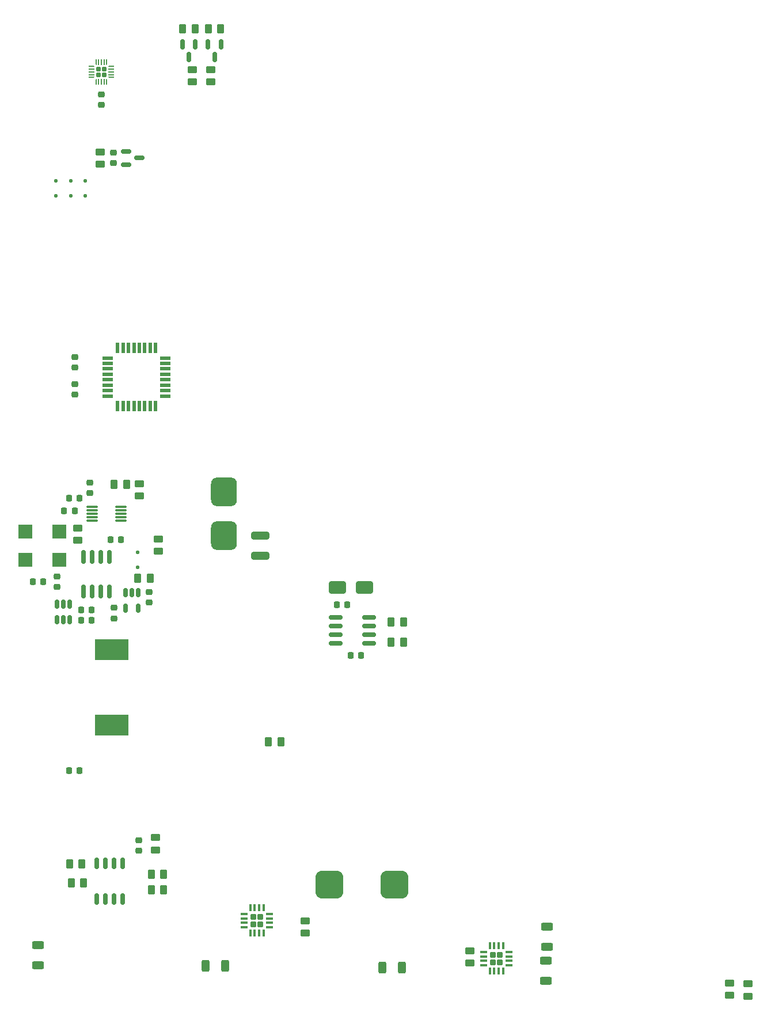
<source format=gbr>
%TF.GenerationSoftware,KiCad,Pcbnew,8.0.1-8.0.1-1~ubuntu22.04.1*%
%TF.CreationDate,2024-04-05T12:52:07+03:00*%
%TF.ProjectId,supply,73757070-6c79-42e6-9b69-6361645f7063,rev?*%
%TF.SameCoordinates,Original*%
%TF.FileFunction,Paste,Top*%
%TF.FilePolarity,Positive*%
%FSLAX46Y46*%
G04 Gerber Fmt 4.6, Leading zero omitted, Abs format (unit mm)*
G04 Created by KiCad (PCBNEW 8.0.1-8.0.1-1~ubuntu22.04.1) date 2024-04-05 12:52:07*
%MOMM*%
%LPD*%
G01*
G04 APERTURE LIST*
G04 Aperture macros list*
%AMRoundRect*
0 Rectangle with rounded corners*
0 $1 Rounding radius*
0 $2 $3 $4 $5 $6 $7 $8 $9 X,Y pos of 4 corners*
0 Add a 4 corners polygon primitive as box body*
4,1,4,$2,$3,$4,$5,$6,$7,$8,$9,$2,$3,0*
0 Add four circle primitives for the rounded corners*
1,1,$1+$1,$2,$3*
1,1,$1+$1,$4,$5*
1,1,$1+$1,$6,$7*
1,1,$1+$1,$8,$9*
0 Add four rect primitives between the rounded corners*
20,1,$1+$1,$2,$3,$4,$5,0*
20,1,$1+$1,$4,$5,$6,$7,0*
20,1,$1+$1,$6,$7,$8,$9,0*
20,1,$1+$1,$8,$9,$2,$3,0*%
%AMFreePoly0*
4,1,14,0.334644,0.085355,0.385355,0.034644,0.400000,-0.000711,0.400000,-0.050000,0.385355,-0.085355,0.350000,-0.100000,-0.350000,-0.100000,-0.385355,-0.085355,-0.400000,-0.050000,-0.400000,0.050000,-0.385355,0.085355,-0.350000,0.100000,0.299289,0.100000,0.334644,0.085355,0.334644,0.085355,$1*%
%AMFreePoly1*
4,1,14,0.385355,0.085355,0.400000,0.050000,0.400000,0.000711,0.385355,-0.034644,0.334644,-0.085355,0.299289,-0.100000,-0.350000,-0.100000,-0.385355,-0.085355,-0.400000,-0.050000,-0.400000,0.050000,-0.385355,0.085355,-0.350000,0.100000,0.350000,0.100000,0.385355,0.085355,0.385355,0.085355,$1*%
%AMFreePoly2*
4,1,14,0.085355,0.385355,0.100000,0.350000,0.100000,-0.350000,0.085355,-0.385355,0.050000,-0.400000,-0.050000,-0.400000,-0.085355,-0.385355,-0.100000,-0.350000,-0.100000,0.299289,-0.085355,0.334644,-0.034644,0.385355,0.000711,0.400000,0.050000,0.400000,0.085355,0.385355,0.085355,0.385355,$1*%
%AMFreePoly3*
4,1,14,0.034644,0.385355,0.085355,0.334644,0.100000,0.299289,0.100000,-0.350000,0.085355,-0.385355,0.050000,-0.400000,-0.050000,-0.400000,-0.085355,-0.385355,-0.100000,-0.350000,-0.100000,0.350000,-0.085355,0.385355,-0.050000,0.400000,-0.000711,0.400000,0.034644,0.385355,0.034644,0.385355,$1*%
%AMFreePoly4*
4,1,14,0.385355,0.085355,0.400000,0.050000,0.400000,-0.050000,0.385355,-0.085355,0.350000,-0.100000,-0.299289,-0.100000,-0.334644,-0.085355,-0.385355,-0.034644,-0.400000,0.000711,-0.400000,0.050000,-0.385355,0.085355,-0.350000,0.100000,0.350000,0.100000,0.385355,0.085355,0.385355,0.085355,$1*%
%AMFreePoly5*
4,1,14,0.385355,0.085355,0.400000,0.050000,0.400000,-0.050000,0.385355,-0.085355,0.350000,-0.100000,-0.350000,-0.100000,-0.385355,-0.085355,-0.400000,-0.050000,-0.400000,-0.000711,-0.385355,0.034644,-0.334644,0.085355,-0.299289,0.100000,0.350000,0.100000,0.385355,0.085355,0.385355,0.085355,$1*%
%AMFreePoly6*
4,1,14,0.085355,0.385355,0.100000,0.350000,0.100000,-0.299289,0.085355,-0.334644,0.034644,-0.385355,-0.000711,-0.400000,-0.050000,-0.400000,-0.085355,-0.385355,-0.100000,-0.350000,-0.100000,0.350000,-0.085355,0.385355,-0.050000,0.400000,0.050000,0.400000,0.085355,0.385355,0.085355,0.385355,$1*%
%AMFreePoly7*
4,1,14,0.085355,0.385355,0.100000,0.350000,0.100000,-0.350000,0.085355,-0.385355,0.050000,-0.400000,0.000711,-0.400000,-0.034644,-0.385355,-0.085355,-0.334644,-0.100000,-0.299289,-0.100000,0.350000,-0.085355,0.385355,-0.050000,0.400000,0.050000,0.400000,0.085355,0.385355,0.085355,0.385355,$1*%
G04 Aperture macros list end*
%ADD10RoundRect,0.250000X-0.450000X0.262500X-0.450000X-0.262500X0.450000X-0.262500X0.450000X0.262500X0*%
%ADD11RoundRect,0.225000X0.225000X0.250000X-0.225000X0.250000X-0.225000X-0.250000X0.225000X-0.250000X0*%
%ADD12RoundRect,0.150000X-0.150000X0.512500X-0.150000X-0.512500X0.150000X-0.512500X0.150000X0.512500X0*%
%ADD13RoundRect,0.225000X-0.225000X-0.250000X0.225000X-0.250000X0.225000X0.250000X-0.225000X0.250000X0*%
%ADD14RoundRect,0.212500X-0.212500X-0.212500X0.212500X-0.212500X0.212500X0.212500X-0.212500X0.212500X0*%
%ADD15RoundRect,0.087500X-0.425000X-0.087500X0.425000X-0.087500X0.425000X0.087500X-0.425000X0.087500X0*%
%ADD16RoundRect,0.087500X-0.087500X-0.425000X0.087500X-0.425000X0.087500X0.425000X-0.087500X0.425000X0*%
%ADD17RoundRect,0.087500X-0.725000X-0.087500X0.725000X-0.087500X0.725000X0.087500X-0.725000X0.087500X0*%
%ADD18RoundRect,0.250000X0.262500X0.450000X-0.262500X0.450000X-0.262500X-0.450000X0.262500X-0.450000X0*%
%ADD19RoundRect,0.172500X0.172500X-0.172500X0.172500X0.172500X-0.172500X0.172500X-0.172500X-0.172500X0*%
%ADD20FreePoly0,90.000000*%
%ADD21RoundRect,0.050000X0.050000X-0.350000X0.050000X0.350000X-0.050000X0.350000X-0.050000X-0.350000X0*%
%ADD22FreePoly1,90.000000*%
%ADD23FreePoly2,90.000000*%
%ADD24RoundRect,0.050000X0.350000X-0.050000X0.350000X0.050000X-0.350000X0.050000X-0.350000X-0.050000X0*%
%ADD25FreePoly3,90.000000*%
%ADD26FreePoly4,90.000000*%
%ADD27FreePoly5,90.000000*%
%ADD28FreePoly6,90.000000*%
%ADD29FreePoly7,90.000000*%
%ADD30RoundRect,0.150000X-0.150000X0.587500X-0.150000X-0.587500X0.150000X-0.587500X0.150000X0.587500X0*%
%ADD31RoundRect,0.225000X-0.250000X0.225000X-0.250000X-0.225000X0.250000X-0.225000X0.250000X0.225000X0*%
%ADD32RoundRect,0.250000X0.450000X-0.262500X0.450000X0.262500X-0.450000X0.262500X-0.450000X-0.262500X0*%
%ADD33RoundRect,0.225000X0.250000X-0.225000X0.250000X0.225000X-0.250000X0.225000X-0.250000X-0.225000X0*%
%ADD34RoundRect,0.250000X0.625000X-0.312500X0.625000X0.312500X-0.625000X0.312500X-0.625000X-0.312500X0*%
%ADD35RoundRect,0.150000X-0.150000X0.675000X-0.150000X-0.675000X0.150000X-0.675000X0.150000X0.675000X0*%
%ADD36RoundRect,0.250000X0.312500X0.625000X-0.312500X0.625000X-0.312500X-0.625000X0.312500X-0.625000X0*%
%ADD37RoundRect,0.250000X1.000000X0.650000X-1.000000X0.650000X-1.000000X-0.650000X1.000000X-0.650000X0*%
%ADD38RoundRect,0.150000X-0.587500X-0.150000X0.587500X-0.150000X0.587500X0.150000X-0.587500X0.150000X0*%
%ADD39RoundRect,0.250000X1.075000X-0.312500X1.075000X0.312500X-1.075000X0.312500X-1.075000X-0.312500X0*%
%ADD40RoundRect,0.150000X-0.825000X-0.150000X0.825000X-0.150000X0.825000X0.150000X-0.825000X0.150000X0*%
%ADD41RoundRect,0.250000X-0.262500X-0.450000X0.262500X-0.450000X0.262500X0.450000X-0.262500X0.450000X0*%
%ADD42RoundRect,0.125000X-0.125000X0.125000X-0.125000X-0.125000X0.125000X-0.125000X0.125000X0.125000X0*%
%ADD43R,1.600000X0.550000*%
%ADD44R,0.550000X1.600000*%
%ADD45RoundRect,0.125000X0.125000X-0.125000X0.125000X0.125000X-0.125000X0.125000X-0.125000X-0.125000X0*%
%ADD46RoundRect,0.952500X0.952500X-1.167500X0.952500X1.167500X-0.952500X1.167500X-0.952500X-1.167500X0*%
%ADD47RoundRect,0.212500X0.212500X0.212500X-0.212500X0.212500X-0.212500X-0.212500X0.212500X-0.212500X0*%
%ADD48RoundRect,0.087500X0.425000X0.087500X-0.425000X0.087500X-0.425000X-0.087500X0.425000X-0.087500X0*%
%ADD49RoundRect,0.087500X0.087500X0.425000X-0.087500X0.425000X-0.087500X-0.425000X0.087500X-0.425000X0*%
%ADD50R,2.000000X2.000000*%
%ADD51RoundRect,0.162500X-0.162500X0.825000X-0.162500X-0.825000X0.162500X-0.825000X0.162500X0.825000X0*%
%ADD52RoundRect,1.025000X-1.025000X1.025000X-1.025000X-1.025000X1.025000X-1.025000X1.025000X1.025000X0*%
%ADD53R,5.000000X3.100000*%
G04 APERTURE END LIST*
D10*
%TO.C,R3*%
X129000000Y-216537500D03*
X129000000Y-218362500D03*
%TD*%
D11*
%TO.C,C47*%
X90475000Y-166700000D03*
X88925000Y-166700000D03*
%TD*%
D12*
%TO.C,U20*%
X104450000Y-168312500D03*
X103500000Y-168312500D03*
X102550000Y-168312500D03*
X102550000Y-170587500D03*
X104450000Y-170587500D03*
%TD*%
D13*
%TO.C,C16*%
X135625000Y-177500000D03*
X137175000Y-177500000D03*
%TD*%
D14*
%TO.C,U27*%
X156575000Y-221575000D03*
X156575000Y-222625000D03*
X157625000Y-221575000D03*
X157625000Y-222625000D03*
D15*
X155237500Y-221125000D03*
X155237500Y-221775000D03*
X155237500Y-222425000D03*
X155237500Y-223075000D03*
D16*
X156125000Y-223962500D03*
X156775000Y-223962500D03*
X157425000Y-223962500D03*
X158075000Y-223962500D03*
D15*
X158962500Y-223075000D03*
X158962500Y-222425000D03*
X158962500Y-221775000D03*
X158962500Y-221125000D03*
D16*
X158075000Y-220237500D03*
X157425000Y-220237500D03*
X156775000Y-220237500D03*
X156125000Y-220237500D03*
%TD*%
D17*
%TO.C,U16*%
X97687500Y-155700000D03*
X97687500Y-156200000D03*
X97687500Y-156700000D03*
X97687500Y-157200000D03*
X97687500Y-157700000D03*
X101912500Y-157700000D03*
X101912500Y-157200000D03*
X101912500Y-156700000D03*
X101912500Y-156200000D03*
X101912500Y-155700000D03*
%TD*%
D11*
%TO.C,C8*%
X95800000Y-194450000D03*
X94250000Y-194450000D03*
%TD*%
D13*
%TO.C,C44*%
X96025000Y-170800000D03*
X97575000Y-170800000D03*
%TD*%
D18*
%TO.C,R25*%
X108162500Y-209700000D03*
X106337500Y-209700000D03*
%TD*%
D19*
%TO.C,U14*%
X98575000Y-92175000D03*
X99425000Y-92175000D03*
X98575000Y-91325000D03*
X99425000Y-91325000D03*
D20*
X98200000Y-93200000D03*
D21*
X98600000Y-93200000D03*
X99000000Y-93200000D03*
X99400000Y-93200000D03*
D22*
X99800000Y-93200000D03*
D23*
X100450000Y-92550000D03*
D24*
X100450000Y-92150000D03*
X100450000Y-91750000D03*
X100450000Y-91350000D03*
D25*
X100450000Y-90950000D03*
D26*
X99800000Y-90300000D03*
D21*
X99400000Y-90300000D03*
X99000000Y-90300000D03*
X98600000Y-90300000D03*
D27*
X98200000Y-90300000D03*
D28*
X97550000Y-90950000D03*
D24*
X97550000Y-91350000D03*
X97550000Y-91750000D03*
X97550000Y-92150000D03*
D29*
X97550000Y-92550000D03*
%TD*%
D13*
%TO.C,C50*%
X100325000Y-160500000D03*
X101875000Y-160500000D03*
%TD*%
D30*
%TO.C,Q3*%
X112800000Y-87662500D03*
X110900000Y-87662500D03*
X111850000Y-89537500D03*
%TD*%
D31*
%TO.C,C38*%
X95112500Y-133625000D03*
X95112500Y-135175000D03*
%TD*%
D32*
%TO.C,R11*%
X107000000Y-206112500D03*
X107000000Y-204287500D03*
%TD*%
D33*
%TO.C,C52*%
X97300000Y-153675000D03*
X97300000Y-152125000D03*
%TD*%
D32*
%TO.C,R78*%
X153150000Y-222762500D03*
X153150000Y-220937500D03*
%TD*%
D34*
%TO.C,R73*%
X164400000Y-225362500D03*
X164400000Y-222437500D03*
%TD*%
D11*
%TO.C,C46*%
X95775000Y-154400000D03*
X94225000Y-154400000D03*
%TD*%
D35*
%TO.C,U7*%
X102155000Y-208075000D03*
X100885000Y-208075000D03*
X99615000Y-208075000D03*
X98345000Y-208075000D03*
X98345000Y-213325000D03*
X99615000Y-213325000D03*
X100885000Y-213325000D03*
X102155000Y-213325000D03*
%TD*%
D18*
%TO.C,R47*%
X106162500Y-166200000D03*
X104337500Y-166200000D03*
%TD*%
D10*
%TO.C,R41*%
X95500000Y-158787500D03*
X95500000Y-160612500D03*
%TD*%
D30*
%TO.C,Q4*%
X116600000Y-87662500D03*
X114700000Y-87662500D03*
X115650000Y-89537500D03*
%TD*%
D13*
%TO.C,C45*%
X96025000Y-172400000D03*
X97575000Y-172400000D03*
%TD*%
D36*
%TO.C,R19*%
X143212500Y-223450000D03*
X140287500Y-223450000D03*
%TD*%
%TO.C,R16*%
X117212500Y-223200000D03*
X114287500Y-223200000D03*
%TD*%
D10*
%TO.C,R75*%
X191400000Y-225675000D03*
X191400000Y-227500000D03*
%TD*%
D37*
%TO.C,D3*%
X137700000Y-167500000D03*
X133700000Y-167500000D03*
%TD*%
D38*
%TO.C,Q6*%
X102675000Y-103450000D03*
X102675000Y-105350000D03*
X104550000Y-104400000D03*
%TD*%
D34*
%TO.C,R72*%
X164500000Y-220362500D03*
X164500000Y-217437500D03*
%TD*%
D39*
%TO.C,R30*%
X122400000Y-162862500D03*
X122400000Y-159937500D03*
%TD*%
D40*
%TO.C,U8*%
X133425000Y-171895000D03*
X133425000Y-173165000D03*
X133425000Y-174435000D03*
X133425000Y-175705000D03*
X138375000Y-175705000D03*
X138375000Y-174435000D03*
X138375000Y-173165000D03*
X138375000Y-171895000D03*
%TD*%
D18*
%TO.C,R1*%
X125412500Y-190200000D03*
X123587500Y-190200000D03*
%TD*%
D41*
%TO.C,R14*%
X141587500Y-172600000D03*
X143412500Y-172600000D03*
%TD*%
D31*
%TO.C,C59*%
X106000000Y-168175000D03*
X106000000Y-169725000D03*
%TD*%
D10*
%TO.C,R39*%
X115050000Y-91387500D03*
X115050000Y-93212500D03*
%TD*%
D42*
%TO.C,D16*%
X92312500Y-107800000D03*
X92312500Y-110000000D03*
%TD*%
D43*
%TO.C,U13*%
X99937500Y-133800000D03*
X99937500Y-134600000D03*
X99937500Y-135400000D03*
X99937500Y-136200000D03*
X99937500Y-137000000D03*
X99937500Y-137800000D03*
X99937500Y-138600000D03*
X99937500Y-139400000D03*
D44*
X101387500Y-140850000D03*
X102187500Y-140850000D03*
X102987500Y-140850000D03*
X103787500Y-140850000D03*
X104587500Y-140850000D03*
X105387500Y-140850000D03*
X106187500Y-140850000D03*
X106987500Y-140850000D03*
D43*
X108437500Y-139400000D03*
X108437500Y-138600000D03*
X108437500Y-137800000D03*
X108437500Y-137000000D03*
X108437500Y-136200000D03*
X108437500Y-135400000D03*
X108437500Y-134600000D03*
X108437500Y-133800000D03*
D44*
X106987500Y-132350000D03*
X106187500Y-132350000D03*
X105387500Y-132350000D03*
X104587500Y-132350000D03*
X103787500Y-132350000D03*
X102987500Y-132350000D03*
X102187500Y-132350000D03*
X101387500Y-132350000D03*
%TD*%
D10*
%TO.C,R36*%
X112350000Y-91387500D03*
X112350000Y-93212500D03*
%TD*%
D12*
%TO.C,U17*%
X94350000Y-169962500D03*
X93400000Y-169962500D03*
X92450000Y-169962500D03*
X92450000Y-172237500D03*
X93400000Y-172237500D03*
X94350000Y-172237500D03*
%TD*%
D31*
%TO.C,C14*%
X104500000Y-204675000D03*
X104500000Y-206225000D03*
%TD*%
D41*
%TO.C,R9*%
X94337500Y-208200000D03*
X96162500Y-208200000D03*
%TD*%
D32*
%TO.C,R44*%
X104600000Y-154112500D03*
X104600000Y-152287500D03*
%TD*%
D45*
%TO.C,D19*%
X104300000Y-164550000D03*
X104300000Y-162350000D03*
%TD*%
D41*
%TO.C,R34*%
X110962500Y-85441072D03*
X112787500Y-85441072D03*
%TD*%
%TO.C,R26*%
X106337500Y-211950000D03*
X108162500Y-211950000D03*
%TD*%
D32*
%TO.C,R46*%
X107400000Y-162212500D03*
X107400000Y-160387500D03*
%TD*%
D46*
%TO.C,F4*%
X117000000Y-159925000D03*
X117000000Y-153515000D03*
%TD*%
D13*
%TO.C,C15*%
X133625000Y-170100000D03*
X135175000Y-170100000D03*
%TD*%
D47*
%TO.C,U1*%
X122400000Y-217025000D03*
X122400000Y-215975000D03*
X121350000Y-217025000D03*
X121350000Y-215975000D03*
D48*
X123737500Y-217475000D03*
X123737500Y-216825000D03*
X123737500Y-216175000D03*
X123737500Y-215525000D03*
D49*
X122850000Y-214637500D03*
X122200000Y-214637500D03*
X121550000Y-214637500D03*
X120900000Y-214637500D03*
D48*
X120012500Y-215525000D03*
X120012500Y-216175000D03*
X120012500Y-216825000D03*
X120012500Y-217475000D03*
D49*
X120900000Y-218362500D03*
X121550000Y-218362500D03*
X122200000Y-218362500D03*
X122850000Y-218362500D03*
%TD*%
D10*
%TO.C,R74*%
X194100000Y-225787500D03*
X194100000Y-227612500D03*
%TD*%
D41*
%TO.C,R38*%
X114737500Y-85435000D03*
X116562500Y-85435000D03*
%TD*%
D34*
%TO.C,R12*%
X89700000Y-223062500D03*
X89700000Y-220137500D03*
%TD*%
D50*
%TO.C,X2*%
X87800000Y-163500000D03*
X92800000Y-163500000D03*
X92800000Y-159300000D03*
X87800000Y-159300000D03*
%TD*%
D32*
%TO.C,R48*%
X98850000Y-105312500D03*
X98850000Y-103487500D03*
%TD*%
D42*
%TO.C,D17*%
X94512500Y-107800000D03*
X94512500Y-110000000D03*
%TD*%
D51*
%TO.C,U18*%
X100205000Y-163062500D03*
X98935000Y-163062500D03*
X97665000Y-163062500D03*
X96395000Y-163062500D03*
X96395000Y-168137500D03*
X97665000Y-168137500D03*
X98935000Y-168137500D03*
X100205000Y-168137500D03*
%TD*%
D31*
%TO.C,C33*%
X99000000Y-95025000D03*
X99000000Y-96575000D03*
%TD*%
D52*
%TO.C,L2*%
X142100000Y-211200000D03*
X132500000Y-211200000D03*
%TD*%
D41*
%TO.C,R15*%
X141587500Y-175600000D03*
X143412500Y-175600000D03*
%TD*%
D31*
%TO.C,C55*%
X100900000Y-170525000D03*
X100900000Y-172075000D03*
%TD*%
D53*
%TO.C,L1*%
X100500000Y-187750000D03*
X100500000Y-176650000D03*
%TD*%
D42*
%TO.C,D18*%
X96612500Y-107800000D03*
X96612500Y-110000000D03*
%TD*%
D13*
%TO.C,C48*%
X93525000Y-156300000D03*
X95075000Y-156300000D03*
%TD*%
D33*
%TO.C,C39*%
X95112500Y-139175000D03*
X95112500Y-137625000D03*
%TD*%
%TO.C,C58*%
X100750000Y-105175000D03*
X100750000Y-103625000D03*
%TD*%
D41*
%TO.C,R10*%
X94587500Y-210950000D03*
X96412500Y-210950000D03*
%TD*%
D33*
%TO.C,C49*%
X92500000Y-167475000D03*
X92500000Y-165925000D03*
%TD*%
D41*
%TO.C,R45*%
X100887500Y-152400000D03*
X102712500Y-152400000D03*
%TD*%
M02*

</source>
